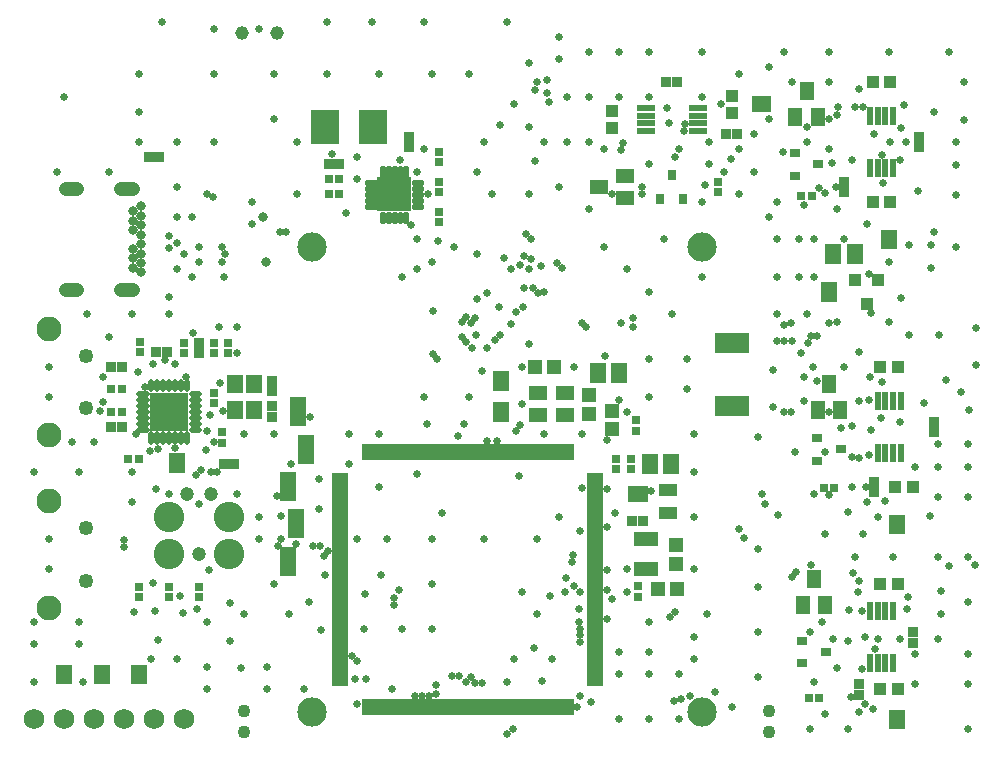
<source format=gbr>
G04 EAGLE Gerber RS-274X export*
G75*
%MOMM*%
%FSLAX34Y34*%
%LPD*%
%INSoldermask Bottom*%
%IPPOS*%
%AMOC8*
5,1,8,0,0,1.08239X$1,22.5*%
G01*
%ADD10C,2.489200*%
%ADD11R,1.503200X1.253200*%
%ADD12R,0.503200X1.403200*%
%ADD13R,1.403200X0.503200*%
%ADD14R,0.703200X0.703200*%
%ADD15R,1.203200X1.153200*%
%ADD16R,1.153200X1.203200*%
%ADD17R,2.003200X1.203200*%
%ADD18R,1.503200X1.103200*%
%ADD19R,0.838200X1.473200*%
%ADD20R,1.473200X0.838200*%
%ADD21R,1.003200X1.103200*%
%ADD22R,1.353200X1.653200*%
%ADD23R,2.997200X1.701800*%
%ADD24C,1.193800*%
%ADD25C,2.578100*%
%ADD26R,0.823200X0.823200*%
%ADD27C,1.153200*%
%ADD28C,0.222334*%
%ADD29R,2.903200X2.903200*%
%ADD30R,2.489200X2.997200*%
%ADD31C,1.103200*%
%ADD32C,1.727200*%
%ADD33C,0.807200*%
%ADD34C,1.203200*%
%ADD35C,0.483200*%
%ADD36R,3.303200X3.303200*%
%ADD37R,1.530000X0.510000*%
%ADD38R,1.003200X1.003200*%
%ADD39R,1.603200X1.153200*%
%ADD40R,0.803200X0.903200*%
%ADD41R,0.510000X1.530000*%
%ADD42R,1.153200X1.603200*%
%ADD43R,0.903200X0.803200*%
%ADD44C,1.253200*%
%ADD45C,2.103200*%
%ADD46R,1.353200X1.603200*%
%ADD47C,0.657200*%


D10*
X25400Y25400D03*
X355600Y25400D03*
X355600Y419100D03*
X25400Y419100D03*
D11*
X240100Y276500D03*
X217100Y276500D03*
X217100Y295000D03*
X240100Y295000D03*
D12*
X70234Y245414D03*
X75234Y245414D03*
X80234Y245414D03*
X85234Y245414D03*
X90234Y245414D03*
X95234Y245414D03*
X100234Y245414D03*
X105234Y245414D03*
X110234Y245414D03*
X115234Y245414D03*
X120234Y245414D03*
X125234Y245414D03*
X130234Y245414D03*
X135234Y245414D03*
X140234Y245414D03*
X145234Y245414D03*
X150234Y245414D03*
X155234Y245414D03*
X160234Y245414D03*
X165234Y245414D03*
X170234Y245414D03*
X175234Y245414D03*
X180234Y245414D03*
X185234Y245414D03*
X190234Y245414D03*
X195234Y245414D03*
X200234Y245414D03*
X205234Y245414D03*
X210234Y245414D03*
X215234Y245414D03*
X220234Y245414D03*
X225234Y245414D03*
X230234Y245414D03*
X235234Y245414D03*
X240234Y245414D03*
X245234Y245414D03*
D13*
X265734Y224914D03*
X265734Y219914D03*
X265734Y214914D03*
X265734Y209914D03*
X265734Y204914D03*
X265734Y199914D03*
X265734Y194914D03*
X265734Y189914D03*
X265734Y184914D03*
X265734Y179914D03*
X265734Y174914D03*
X265734Y169914D03*
X265734Y164914D03*
X265734Y159914D03*
X265734Y154914D03*
X265734Y149914D03*
X265734Y144914D03*
X265734Y139914D03*
X265734Y134914D03*
X265734Y129914D03*
X265734Y124914D03*
X265734Y119914D03*
X265734Y114914D03*
X265734Y109914D03*
X265734Y104914D03*
X265734Y99914D03*
X265734Y94914D03*
X265734Y89914D03*
X265734Y84914D03*
X265734Y79914D03*
X265734Y74914D03*
X265734Y69914D03*
X265734Y64914D03*
X265734Y59914D03*
X265734Y54914D03*
X265734Y49914D03*
D12*
X245234Y29414D03*
X240234Y29414D03*
X235234Y29414D03*
X230234Y29414D03*
X225234Y29414D03*
X220234Y29414D03*
X215234Y29414D03*
X210234Y29414D03*
X205234Y29414D03*
X200234Y29414D03*
X195234Y29414D03*
X190234Y29414D03*
X185234Y29414D03*
X180234Y29414D03*
X175234Y29414D03*
X170234Y29414D03*
X165234Y29414D03*
X160234Y29414D03*
X155234Y29414D03*
X150234Y29414D03*
X145234Y29414D03*
X140234Y29414D03*
X135234Y29414D03*
X130234Y29414D03*
X125234Y29414D03*
X120234Y29414D03*
X115234Y29414D03*
X110234Y29414D03*
X105234Y29414D03*
X100234Y29414D03*
X95234Y29414D03*
X90234Y29414D03*
X85234Y29414D03*
X80234Y29414D03*
X75234Y29414D03*
X70234Y29414D03*
D13*
X49734Y49914D03*
X49734Y54914D03*
X49734Y59914D03*
X49734Y64914D03*
X49734Y69914D03*
X49734Y74914D03*
X49734Y79914D03*
X49734Y84914D03*
X49734Y89914D03*
X49734Y94914D03*
X49734Y99914D03*
X49734Y104914D03*
X49734Y109914D03*
X49734Y114914D03*
X49734Y119914D03*
X49734Y124914D03*
X49734Y129914D03*
X49734Y134914D03*
X49734Y139914D03*
X49734Y144914D03*
X49734Y149914D03*
X49734Y154914D03*
X49734Y159914D03*
X49734Y164914D03*
X49734Y169914D03*
X49734Y174914D03*
X49734Y179914D03*
X49734Y184914D03*
X49734Y189914D03*
X49734Y194914D03*
X49734Y199914D03*
X49734Y204914D03*
X49734Y209914D03*
X49734Y214914D03*
X49734Y219914D03*
X49734Y224914D03*
D14*
X299974Y272216D03*
X299974Y263216D03*
D15*
X279908Y264542D03*
X279908Y280542D03*
D16*
X318644Y129540D03*
X334644Y129540D03*
D15*
X333502Y167004D03*
X333502Y151004D03*
D17*
X308102Y171504D03*
X308102Y146504D03*
D18*
X327152Y212954D03*
X327152Y193954D03*
D14*
X295402Y230704D03*
X295402Y239704D03*
X282702Y230704D03*
X282702Y239704D03*
D19*
X297688Y209804D03*
X305816Y209804D03*
D20*
X520700Y14986D03*
X520700Y23114D03*
X514350Y421386D03*
X514350Y429514D03*
D19*
X410464Y539750D03*
X402336Y539750D03*
D20*
X520700Y180086D03*
X520700Y188214D03*
X463550Y376936D03*
X463550Y385064D03*
D21*
X485800Y391000D03*
X504800Y391000D03*
X495300Y371000D03*
D22*
X485250Y412750D03*
X467250Y412750D03*
D23*
X381000Y284480D03*
X381000Y337820D03*
D24*
X-69850Y158750D03*
X-80000Y209550D03*
X-59700Y209550D03*
D25*
X-95250Y158750D03*
X-95250Y190500D03*
X-44450Y190500D03*
X-44450Y158750D03*
D14*
X-120650Y131500D03*
X-120650Y122500D03*
X-95250Y122500D03*
X-95250Y131500D03*
X-69850Y122500D03*
X-69850Y131500D03*
D20*
X185420Y283464D03*
X185420Y275336D03*
X185420Y309626D03*
X185420Y301498D03*
D14*
X133350Y440000D03*
X133350Y449000D03*
X39950Y476250D03*
X48950Y476250D03*
X39950Y463550D03*
X48950Y463550D03*
X133350Y490800D03*
X133350Y499800D03*
X133350Y474400D03*
X133350Y465400D03*
D26*
X107950Y503500D03*
X107950Y512500D03*
D27*
X-33796Y600202D03*
X-3796Y600202D03*
D28*
X110845Y474755D02*
X118755Y474755D01*
X118755Y472345D01*
X110845Y472345D01*
X110845Y474755D01*
X110845Y474457D02*
X118755Y474457D01*
X118755Y469755D02*
X110845Y469755D01*
X118755Y469755D02*
X118755Y467345D01*
X110845Y467345D01*
X110845Y469755D01*
X110845Y469457D02*
X118755Y469457D01*
X118755Y464755D02*
X110845Y464755D01*
X118755Y464755D02*
X118755Y462345D01*
X110845Y462345D01*
X110845Y464755D01*
X110845Y464457D02*
X118755Y464457D01*
X118755Y459755D02*
X110845Y459755D01*
X118755Y459755D02*
X118755Y457345D01*
X110845Y457345D01*
X110845Y459755D01*
X110845Y459457D02*
X118755Y459457D01*
X118755Y454755D02*
X110845Y454755D01*
X118755Y454755D02*
X118755Y452345D01*
X110845Y452345D01*
X110845Y454755D01*
X110845Y454457D02*
X118755Y454457D01*
X106455Y447955D02*
X106455Y440045D01*
X104045Y440045D01*
X104045Y447955D01*
X106455Y447955D01*
X106455Y442157D02*
X104045Y442157D01*
X104045Y444269D02*
X106455Y444269D01*
X106455Y446381D02*
X104045Y446381D01*
X101455Y447955D02*
X101455Y440045D01*
X99045Y440045D01*
X99045Y447955D01*
X101455Y447955D01*
X101455Y442157D02*
X99045Y442157D01*
X99045Y444269D02*
X101455Y444269D01*
X101455Y446381D02*
X99045Y446381D01*
X96455Y447955D02*
X96455Y440045D01*
X94045Y440045D01*
X94045Y447955D01*
X96455Y447955D01*
X96455Y442157D02*
X94045Y442157D01*
X94045Y444269D02*
X96455Y444269D01*
X96455Y446381D02*
X94045Y446381D01*
X91455Y447955D02*
X91455Y440045D01*
X89045Y440045D01*
X89045Y447955D01*
X91455Y447955D01*
X91455Y442157D02*
X89045Y442157D01*
X89045Y444269D02*
X91455Y444269D01*
X91455Y446381D02*
X89045Y446381D01*
X86455Y447955D02*
X86455Y440045D01*
X84045Y440045D01*
X84045Y447955D01*
X86455Y447955D01*
X86455Y442157D02*
X84045Y442157D01*
X84045Y444269D02*
X86455Y444269D01*
X86455Y446381D02*
X84045Y446381D01*
X79655Y452345D02*
X71745Y452345D01*
X71745Y454755D01*
X79655Y454755D01*
X79655Y452345D01*
X79655Y454457D02*
X71745Y454457D01*
X71745Y457345D02*
X79655Y457345D01*
X71745Y457345D02*
X71745Y459755D01*
X79655Y459755D01*
X79655Y457345D01*
X79655Y459457D02*
X71745Y459457D01*
X71745Y462345D02*
X79655Y462345D01*
X71745Y462345D02*
X71745Y464755D01*
X79655Y464755D01*
X79655Y462345D01*
X79655Y464457D02*
X71745Y464457D01*
X71745Y467345D02*
X79655Y467345D01*
X71745Y467345D02*
X71745Y469755D01*
X79655Y469755D01*
X79655Y467345D01*
X79655Y469457D02*
X71745Y469457D01*
X71745Y472345D02*
X79655Y472345D01*
X71745Y472345D02*
X71745Y474755D01*
X79655Y474755D01*
X79655Y472345D01*
X79655Y474457D02*
X71745Y474457D01*
X84045Y479145D02*
X84045Y487055D01*
X86455Y487055D01*
X86455Y479145D01*
X84045Y479145D01*
X84045Y481257D02*
X86455Y481257D01*
X86455Y483369D02*
X84045Y483369D01*
X84045Y485481D02*
X86455Y485481D01*
X89045Y487055D02*
X89045Y479145D01*
X89045Y487055D02*
X91455Y487055D01*
X91455Y479145D01*
X89045Y479145D01*
X89045Y481257D02*
X91455Y481257D01*
X91455Y483369D02*
X89045Y483369D01*
X89045Y485481D02*
X91455Y485481D01*
X94045Y487055D02*
X94045Y479145D01*
X94045Y487055D02*
X96455Y487055D01*
X96455Y479145D01*
X94045Y479145D01*
X94045Y481257D02*
X96455Y481257D01*
X96455Y483369D02*
X94045Y483369D01*
X94045Y485481D02*
X96455Y485481D01*
X99045Y487055D02*
X99045Y479145D01*
X99045Y487055D02*
X101455Y487055D01*
X101455Y479145D01*
X99045Y479145D01*
X99045Y481257D02*
X101455Y481257D01*
X101455Y483369D02*
X99045Y483369D01*
X99045Y485481D02*
X101455Y485481D01*
X104045Y487055D02*
X104045Y479145D01*
X104045Y487055D02*
X106455Y487055D01*
X106455Y479145D01*
X104045Y479145D01*
X104045Y481257D02*
X106455Y481257D01*
X106455Y483369D02*
X104045Y483369D01*
X104045Y485481D02*
X106455Y485481D01*
D29*
X95250Y463550D03*
D30*
X36690Y520700D03*
X77610Y520700D03*
D26*
X48950Y488950D03*
X39950Y488950D03*
D16*
X214250Y317500D03*
X230250Y317500D03*
D15*
X260350Y277750D03*
X260350Y293750D03*
D22*
X311802Y235204D03*
X329802Y235204D03*
X285606Y312166D03*
X267606Y312166D03*
D26*
X305998Y187198D03*
X296998Y187198D03*
D14*
X301752Y131754D03*
X301752Y122754D03*
D31*
X-31496Y8526D03*
X-31496Y26526D03*
D32*
X-133350Y19050D03*
X-158750Y19050D03*
X-82550Y19050D03*
X-107950Y19050D03*
X-184150Y19050D03*
X-209550Y19050D03*
D20*
X-120650Y53086D03*
X-120650Y61214D03*
D33*
X-119100Y397450D03*
X-126100Y401450D03*
X-126100Y409450D03*
X-119100Y405450D03*
X-119100Y413450D03*
X-126100Y417450D03*
X-119100Y421450D03*
X-119100Y429450D03*
X-126100Y433450D03*
X-119100Y437450D03*
X-126100Y441450D03*
X-126100Y449450D03*
X-119100Y445450D03*
X-119100Y453450D03*
D34*
X-125600Y468150D02*
X-135600Y468150D01*
X-135600Y382750D02*
X-125600Y382750D01*
X-172900Y382750D02*
X-182900Y382750D01*
X-182900Y468150D02*
X-172900Y468150D01*
D35*
X-80250Y260350D02*
X-80250Y254250D01*
X-85250Y254250D02*
X-85250Y260350D01*
X-90250Y260350D02*
X-90250Y254250D01*
X-95250Y254250D02*
X-95250Y260350D01*
X-100250Y260350D02*
X-100250Y254250D01*
X-105250Y254250D02*
X-105250Y260350D01*
X-110250Y260350D02*
X-110250Y254250D01*
X-114300Y264400D02*
X-120400Y264400D01*
X-120400Y269400D02*
X-114300Y269400D01*
X-114300Y274400D02*
X-120400Y274400D01*
X-120400Y279400D02*
X-114300Y279400D01*
X-114300Y284400D02*
X-120400Y284400D01*
X-120400Y289400D02*
X-114300Y289400D01*
X-114300Y294400D02*
X-120400Y294400D01*
X-110250Y298450D02*
X-110250Y304550D01*
X-105250Y304550D02*
X-105250Y298450D01*
X-100250Y298450D02*
X-100250Y304550D01*
X-95250Y304550D02*
X-95250Y298450D01*
X-90250Y298450D02*
X-90250Y304550D01*
X-85250Y304550D02*
X-85250Y298450D01*
X-80250Y298450D02*
X-80250Y304550D01*
X-76200Y294400D02*
X-70100Y294400D01*
X-70100Y289400D02*
X-76200Y289400D01*
X-76200Y284400D02*
X-70100Y284400D01*
X-70100Y279400D02*
X-76200Y279400D01*
X-76200Y274400D02*
X-70100Y274400D01*
X-70100Y269400D02*
X-76200Y269400D01*
X-76200Y264400D02*
X-70100Y264400D01*
D36*
X-95250Y279400D03*
D14*
X-135200Y279400D03*
X-144200Y279400D03*
X-129976Y239268D03*
X-120976Y239268D03*
X-45212Y338002D03*
X-45212Y329002D03*
X-57404Y329002D03*
X-57404Y338002D03*
D26*
X-103450Y495300D03*
X-112450Y495300D03*
X-106100Y330200D03*
X-97100Y330200D03*
D14*
X-50800Y253310D03*
X-50800Y262310D03*
D26*
X-48950Y234950D03*
X-39950Y234950D03*
X-135200Y266700D03*
X-144200Y266700D03*
X-135200Y317500D03*
X-144200Y317500D03*
X-70104Y329002D03*
X-70104Y338002D03*
X-8128Y275408D03*
X-8128Y284408D03*
X-8382Y305744D03*
X-8382Y296744D03*
D14*
X-120142Y339018D03*
X-120142Y330018D03*
X-82804Y329002D03*
X-82804Y338002D03*
X-144200Y298450D03*
X-135200Y298450D03*
D37*
X308300Y530300D03*
X308300Y523800D03*
X352300Y523800D03*
X352300Y530300D03*
X308300Y536800D03*
X352300Y536800D03*
X308300Y517300D03*
X352300Y517300D03*
D14*
X369570Y465400D03*
X369570Y474400D03*
D38*
X279400Y519550D03*
X279400Y534550D03*
D26*
X325700Y558800D03*
X334700Y558800D03*
D39*
X290400Y479400D03*
X290400Y460400D03*
X268400Y469900D03*
D40*
X339700Y459900D03*
X320700Y459900D03*
X330200Y479900D03*
D38*
X381000Y532250D03*
X381000Y547250D03*
D26*
X376500Y514350D03*
X385500Y514350D03*
D41*
X511250Y529900D03*
X504750Y529900D03*
X504750Y485900D03*
X511250Y485900D03*
X517750Y529900D03*
X517750Y485900D03*
X498250Y529900D03*
X498250Y485900D03*
D14*
X440000Y462280D03*
X449000Y462280D03*
D38*
X500500Y558800D03*
X515500Y558800D03*
D26*
X539750Y512500D03*
X539750Y503500D03*
D42*
X454000Y528750D03*
X435000Y528750D03*
X444500Y550750D03*
D43*
X434500Y479450D03*
X434500Y498450D03*
X454500Y488950D03*
D38*
X500500Y457200D03*
X515500Y457200D03*
D26*
X476250Y474400D03*
X476250Y465400D03*
D41*
X517600Y288600D03*
X511100Y288600D03*
X511100Y244600D03*
X517600Y244600D03*
X524100Y288600D03*
X524100Y244600D03*
X504600Y288600D03*
X504600Y244600D03*
D14*
X459050Y214630D03*
X468050Y214630D03*
D38*
X506850Y317500D03*
X521850Y317500D03*
D26*
X552450Y271200D03*
X552450Y262200D03*
D42*
X473050Y281100D03*
X454050Y281100D03*
X463550Y303100D03*
D43*
X453550Y238150D03*
X453550Y257150D03*
X473550Y247650D03*
D38*
X519550Y215900D03*
X534550Y215900D03*
D26*
X501650Y220400D03*
X501650Y211400D03*
D41*
X511250Y110800D03*
X504750Y110800D03*
X504750Y66800D03*
X511250Y66800D03*
X517750Y110800D03*
X517750Y66800D03*
X498250Y110800D03*
X498250Y66800D03*
D14*
X446350Y36830D03*
X455350Y36830D03*
D38*
X506850Y133350D03*
X521850Y133350D03*
D26*
X534670Y93146D03*
X534670Y84146D03*
D42*
X460350Y116000D03*
X441350Y116000D03*
X450850Y138000D03*
D43*
X440850Y66700D03*
X440850Y85700D03*
X460850Y76200D03*
D38*
X506850Y44450D03*
X521850Y44450D03*
D26*
X488950Y48950D03*
X488950Y39950D03*
D44*
X-165600Y181000D03*
X-165600Y136500D03*
D45*
X-196850Y203750D03*
X-196850Y113750D03*
D44*
X-165600Y327050D03*
X-165600Y282550D03*
D45*
X-196850Y349800D03*
X-196850Y259800D03*
D20*
X5588Y224536D03*
X5588Y216408D03*
X5588Y208280D03*
X20320Y256032D03*
X20320Y247904D03*
X20320Y239776D03*
X5588Y161036D03*
X5588Y152908D03*
X5588Y144780D03*
X11938Y192786D03*
X11938Y184658D03*
X11938Y176530D03*
D46*
X-23750Y281100D03*
X-39750Y281100D03*
X-39750Y303100D03*
X-23750Y303100D03*
D31*
X412242Y8018D03*
X412242Y26018D03*
D20*
X-152400Y53086D03*
X-152400Y61214D03*
X-184150Y53086D03*
X-184150Y61214D03*
X13970Y287782D03*
X13970Y279654D03*
X13970Y271526D03*
D14*
X-57404Y295838D03*
X-57404Y286838D03*
D20*
X-88646Y231902D03*
X-88646Y240030D03*
D47*
X42672Y497840D03*
X381000Y29972D03*
X209550Y463550D03*
X234950Y469900D03*
X171450Y508000D03*
X241300Y508000D03*
X196850Y539750D03*
X158750Y565150D03*
X127000Y565150D03*
X190500Y609600D03*
X120650Y609600D03*
X76200Y609600D03*
X38100Y609600D03*
X82550Y565150D03*
X38100Y565150D03*
X-6350Y565150D03*
X-19050Y603504D03*
X-57150Y603250D03*
X-57150Y565150D03*
X-101600Y609600D03*
X-57150Y508000D03*
X-6350Y527050D03*
X12700Y463550D03*
X12700Y508000D03*
X63500Y495300D03*
X63500Y476250D03*
X120650Y501650D03*
X114300Y425450D03*
X165100Y412750D03*
X188214Y409702D03*
X219964Y403352D03*
X204216Y368046D03*
X209550Y336550D03*
X203200Y285750D03*
X203200Y317500D03*
X247650Y317500D03*
X254000Y260350D03*
X222250Y260350D03*
X234950Y190500D03*
X215900Y171450D03*
X171450Y171450D03*
X127000Y171450D03*
X88900Y171450D03*
X63500Y171450D03*
X70358Y125476D03*
X127000Y133350D03*
X127000Y95250D03*
X69850Y95250D03*
X93218Y44704D03*
X190500Y50800D03*
X196850Y69850D03*
X228600Y69850D03*
X215900Y107950D03*
X203200Y127000D03*
X285750Y57150D03*
X311150Y57150D03*
X336550Y57150D03*
X349250Y69850D03*
X349250Y88900D03*
X311150Y76200D03*
X285750Y76200D03*
X311150Y101600D03*
X285750Y19050D03*
X311150Y19050D03*
X336550Y19050D03*
X19050Y44450D03*
X-12700Y44450D03*
X-63500Y44450D03*
X-63500Y63500D03*
X-12700Y63500D03*
X-63500Y101600D03*
X-88900Y69850D03*
X-104648Y86106D03*
X-209550Y50800D03*
X-168402Y50800D03*
X-171450Y82550D03*
X-209550Y82550D03*
X-209550Y101600D03*
X-171450Y101600D03*
X-196850Y146050D03*
X-196850Y171450D03*
X-196850Y292100D03*
X-196850Y317500D03*
X-209550Y228600D03*
X-171450Y228600D03*
X-177800Y254000D03*
X-158750Y254000D03*
X-127000Y228600D03*
X-127000Y203200D03*
X-95250Y209550D03*
X-38100Y209550D03*
X-19050Y190500D03*
X-19050Y171450D03*
X-6350Y133350D03*
X-31750Y107950D03*
X6350Y107950D03*
X82550Y215900D03*
X57150Y234950D03*
X31750Y196850D03*
X31750Y222250D03*
X-31750Y260350D03*
X-6350Y260350D03*
X-146050Y342900D03*
X-127000Y361950D03*
X-165100Y361950D03*
X-88900Y400050D03*
X-76200Y393700D03*
X-48514Y393700D03*
X-48260Y412750D03*
X-69850Y419100D03*
X-88900Y444500D03*
X-25400Y438150D03*
X-88900Y469900D03*
X-88900Y508000D03*
X-146050Y482600D03*
X-190500Y482600D03*
X-184150Y546100D03*
X-120650Y508000D03*
X-120650Y565150D03*
X-120650Y533400D03*
X330200Y361950D03*
X342900Y323850D03*
X311150Y381000D03*
X292100Y400050D03*
X273050Y419100D03*
X323850Y425450D03*
X355600Y393700D03*
X349250Y146050D03*
X349250Y190500D03*
X349250Y228600D03*
X349250Y260350D03*
X342900Y298450D03*
X311150Y323850D03*
X311150Y292100D03*
X292100Y279400D03*
X273558Y326898D03*
X184150Y368300D03*
X234950Y596900D03*
X234950Y577850D03*
X241300Y546100D03*
X165100Y482600D03*
X177800Y463550D03*
X209550Y520700D03*
X222250Y508000D03*
X146050Y419100D03*
X165100Y374650D03*
X128524Y364744D03*
X154686Y269240D03*
X123190Y268986D03*
X120650Y292100D03*
X158750Y292100D03*
X57150Y260350D03*
X82550Y260350D03*
X101600Y95250D03*
X63500Y31750D03*
X61976Y53594D03*
X-86106Y123444D03*
X-71628Y112776D03*
X-109220Y134366D03*
X185166Y521970D03*
X214884Y491744D03*
X292100Y146050D03*
X292100Y127000D03*
X-34036Y62484D03*
X281940Y193802D03*
X261874Y34036D03*
X-108966Y319786D03*
X-89916Y319786D03*
X-63754Y246888D03*
X-56896Y254000D03*
X279400Y120650D03*
X-121666Y313436D03*
X-151384Y309118D03*
X-74676Y346456D03*
X252476Y178816D03*
X251968Y112522D03*
X-60706Y276860D03*
X-104902Y248412D03*
X-52070Y303530D03*
X-95250Y362204D03*
X95250Y122158D03*
X32496Y165608D03*
X95250Y116348D03*
X26686Y165608D03*
X252476Y38608D03*
X-25400Y457200D03*
X-50800Y419100D03*
X-82550Y412750D03*
X114300Y400050D03*
X132080Y423926D03*
X312420Y212852D03*
X285496Y289560D03*
X-110744Y70104D03*
X-49276Y279908D03*
X-111252Y246126D03*
X275336Y214376D03*
X275336Y255524D03*
X33020Y94996D03*
X201168Y225552D03*
X275336Y145796D03*
X227584Y123952D03*
X135636Y193548D03*
X250444Y29464D03*
X220472Y51308D03*
X213868Y79248D03*
X275336Y129032D03*
X247904Y132080D03*
X239776Y127000D03*
X275336Y104140D03*
X252476Y127000D03*
X84328Y141732D03*
X37084Y141732D03*
X114808Y227076D03*
X491744Y61468D03*
X366776Y42672D03*
X209550Y400050D03*
X441965Y288285D03*
X448564Y149606D03*
X488279Y127230D03*
X485394Y537464D03*
X450850Y50800D03*
X470602Y62798D03*
X480060Y112014D03*
X488440Y240405D03*
X488696Y288544D03*
X287701Y501325D03*
X336550Y501650D03*
X460248Y464820D03*
X260350Y450850D03*
X304800Y463550D03*
X358394Y471424D03*
X387350Y463550D03*
X374650Y482600D03*
X387350Y501650D03*
X400050Y482600D03*
X327660Y523748D03*
X326390Y536702D03*
X260350Y508000D03*
X260350Y546100D03*
X260350Y584200D03*
X285750Y584200D03*
X285750Y546100D03*
X311150Y546100D03*
X311150Y584200D03*
X355600Y584200D03*
X355600Y546100D03*
X371602Y539750D03*
X387350Y565150D03*
X425450Y584200D03*
X463550Y584200D03*
X514350Y584200D03*
X565150Y584200D03*
X463550Y558800D03*
X463550Y527050D03*
X463550Y501650D03*
X444500Y508000D03*
X419100Y457200D03*
X419100Y425450D03*
X419100Y393700D03*
X419100Y361950D03*
X444500Y361950D03*
X438150Y393700D03*
X438150Y425450D03*
X450850Y425450D03*
X476250Y425450D03*
X450850Y393700D03*
X469900Y355600D03*
X488950Y330200D03*
X476250Y317500D03*
X442214Y309118D03*
X403098Y258572D03*
X409448Y201422D03*
X403098Y163322D03*
X403098Y131572D03*
X403098Y93472D03*
X403098Y55372D03*
X447548Y10922D03*
X479298Y10922D03*
X460248Y23622D03*
X493522Y32004D03*
X580898Y10922D03*
X580898Y49022D03*
X536448Y49022D03*
X536448Y74422D03*
X580898Y74422D03*
X555498Y87122D03*
X523748Y87122D03*
X493522Y88646D03*
X466598Y87122D03*
X504698Y87122D03*
X447548Y93472D03*
X530352Y122428D03*
X529844Y112268D03*
X558546Y108458D03*
X558546Y127508D03*
X580898Y118872D03*
X580898Y156972D03*
X555498Y156972D03*
X517398Y156972D03*
X485648Y156972D03*
X460248Y176022D03*
X491998Y176022D03*
X479298Y195072D03*
X495300Y203454D03*
X549148Y191008D03*
X511048Y203708D03*
X555498Y207772D03*
X555498Y233172D03*
X555498Y252222D03*
X580898Y252222D03*
X580898Y233172D03*
X580898Y207772D03*
X536448Y233172D03*
X523748Y271272D03*
X460248Y245872D03*
X434848Y245872D03*
X415798Y283972D03*
X498348Y309372D03*
X543560Y287020D03*
X562610Y306070D03*
X581660Y280670D03*
X588010Y318770D03*
X588010Y350520D03*
X556260Y344170D03*
X530860Y344170D03*
X524510Y375920D03*
X499110Y363220D03*
X549910Y401320D03*
X549910Y420370D03*
X530860Y420370D03*
X571246Y418846D03*
X571246Y463296D03*
X571246Y488696D03*
X571246Y507746D03*
X577596Y526796D03*
X577596Y558546D03*
X552196Y533146D03*
X526796Y539496D03*
X470408Y530860D03*
X466344Y490220D03*
X538988Y466852D03*
X469900Y450850D03*
X528574Y508000D03*
X524002Y519684D03*
X469138Y469646D03*
X439420Y329438D03*
X488950Y25400D03*
X500888Y28194D03*
X164576Y344424D03*
X163949Y358513D03*
X224282Y560070D03*
X209804Y574802D03*
X483616Y143002D03*
X435594Y144018D03*
X431800Y139700D03*
X488696Y135890D03*
X497327Y243327D03*
X345857Y38624D03*
X450342Y210058D03*
X406400Y209550D03*
X508000Y304800D03*
X212725Y384175D03*
X463337Y209337D03*
X504698Y190500D03*
X565150Y148606D03*
X587248Y149860D03*
X160782Y333756D03*
X160274Y354330D03*
X226060Y541528D03*
X214376Y551942D03*
X482854Y267716D03*
X507238Y274066D03*
X508000Y496790D03*
X337803Y36592D03*
X431006Y279400D03*
X431800Y339344D03*
X431038Y354838D03*
X470662Y537718D03*
X488950Y552450D03*
X216654Y380246D03*
X431800Y558800D03*
X412750Y444500D03*
X441960Y454660D03*
X552450Y431800D03*
X156194Y338328D03*
X156194Y359918D03*
X224790Y549656D03*
X216424Y558546D03*
X329020Y105786D03*
X523286Y492869D03*
X515171Y508000D03*
X501650Y514350D03*
X360426Y107950D03*
X495300Y438150D03*
X340725Y517398D03*
X332232Y34560D03*
X453390Y305816D03*
X453390Y343424D03*
X380238Y493776D03*
X355600Y457438D03*
X425450Y353044D03*
X425450Y339344D03*
X425450Y279400D03*
X272542Y502412D03*
X222250Y381000D03*
X400050Y514350D03*
X412750Y571500D03*
X152400Y342900D03*
X152400Y355600D03*
X419624Y339597D03*
X280114Y463552D03*
X311150Y488950D03*
X333248Y109982D03*
X449596Y317230D03*
X447834Y343408D03*
X514350Y406400D03*
X412750Y527050D03*
X514350Y355600D03*
X204922Y384612D03*
X445802Y337852D03*
X194564Y400812D03*
X173736Y379984D03*
X173736Y333248D03*
X149352Y259080D03*
X22860Y118364D03*
X206756Y429768D03*
X297688Y359156D03*
X252984Y84836D03*
X169672Y50292D03*
X113284Y39116D03*
X205232Y411480D03*
X287528Y355092D03*
X252984Y90424D03*
X164084Y50292D03*
X118872Y39116D03*
X210820Y425704D03*
X297180Y351028D03*
X252984Y96012D03*
X160020Y54864D03*
X124460Y39116D03*
X210820Y408940D03*
X198628Y363728D03*
X180848Y340360D03*
X-95504Y376428D03*
X169672Y313944D03*
X-38100Y329184D03*
X202184Y403860D03*
X194564Y354076D03*
X184912Y344424D03*
X35560Y157480D03*
X173736Y255016D03*
X237490Y401320D03*
X258064Y351028D03*
X240792Y139192D03*
X144272Y55880D03*
X59436Y72644D03*
X233172Y405892D03*
X254000Y355092D03*
X245872Y152400D03*
X149860Y55880D03*
X63500Y68580D03*
X251968Y101600D03*
X155956Y50800D03*
X71120Y53340D03*
X131826Y324612D03*
X127897Y328541D03*
X509111Y472871D03*
X482310Y38100D03*
X502553Y78881D03*
X482600Y215900D03*
X498602Y263906D03*
X495122Y216078D03*
X361950Y488950D03*
X361950Y508000D03*
X420624Y192532D03*
X341376Y523240D03*
X497332Y396240D03*
X424688Y499364D03*
X454660Y469392D03*
X575564Y296164D03*
X246380Y157988D03*
X131064Y48260D03*
X131064Y40640D03*
X195580Y11176D03*
X391160Y172482D03*
X-124968Y110236D03*
X202184Y268732D03*
X-106680Y213868D03*
X-107188Y110744D03*
X99060Y129032D03*
X-70104Y201168D03*
X-61468Y145796D03*
X198628Y263652D03*
X-83312Y109220D03*
X182372Y255016D03*
X39624Y161544D03*
X190500Y6350D03*
X387096Y180086D03*
X99822Y493014D03*
X124206Y463550D03*
X54356Y448056D03*
X109728Y437388D03*
X463550Y354330D03*
X127000Y406400D03*
X416306Y314960D03*
X101600Y393700D03*
X114300Y482600D03*
X275336Y182372D03*
X-43688Y85344D03*
X-43688Y117348D03*
X-1762Y431800D03*
X3794Y431800D03*
X-50800Y406400D03*
X-69850Y406400D03*
X-95250Y417950D03*
X-76200Y444229D03*
X-63500Y463550D03*
X-95250Y428228D03*
X-88900Y422672D03*
X-37592Y351028D03*
X-52832Y351028D03*
X-99060Y323088D03*
X333190Y495300D03*
X304800Y469900D03*
X288798Y507238D03*
X482600Y492310D03*
X492460Y537718D03*
X444500Y520700D03*
X482630Y241270D03*
X473710Y265684D03*
X463550Y279400D03*
X497332Y289306D03*
X479552Y85090D03*
X490982Y111252D03*
X457200Y101600D03*
X-151638Y287580D03*
X-153392Y280461D03*
X-57912Y461772D03*
X-133350Y171180D03*
X-133350Y165370D03*
X-762Y171958D03*
X-762Y191008D03*
X-54610Y228854D03*
X7620Y235204D03*
X-60166Y228600D03*
X-4064Y208280D03*
X-68604Y229846D03*
X-3318Y166302D03*
X-72787Y226171D03*
X11938Y167497D03*
D33*
X-12954Y406400D03*
X-15690Y444304D03*
D47*
X254000Y215392D03*
X23876Y274828D03*
X-63500Y263398D03*
X-90170Y248920D03*
X-115824Y300736D03*
X-80772Y309372D03*
X-123460Y260833D03*
M02*

</source>
